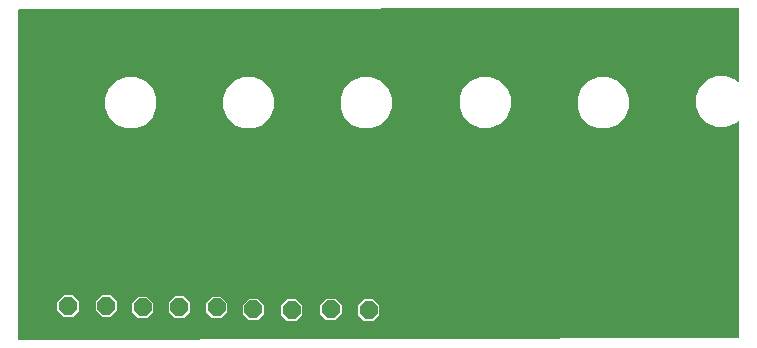
<source format=gbr>
G04 EAGLE Gerber RS-274X export*
G75*
%MOMM*%
%FSLAX34Y34*%
%LPD*%
%INBottom Copper*%
%IPPOS*%
%AMOC8*
5,1,8,0,0,1.08239X$1,22.5*%
G01*
%ADD10P,1.649562X8X22.500000*%
%ADD11C,0.756400*%

G36*
X600079Y11242D02*
X600079Y11242D01*
X600098Y11245D01*
X600117Y11243D01*
X600219Y11265D01*
X600322Y11282D01*
X600339Y11291D01*
X600358Y11295D01*
X600447Y11348D01*
X600539Y11397D01*
X600552Y11411D01*
X600569Y11421D01*
X600637Y11500D01*
X600708Y11576D01*
X600716Y11593D01*
X600729Y11608D01*
X600768Y11705D01*
X600811Y11799D01*
X600814Y11818D01*
X600821Y11836D01*
X600839Y12003D01*
X600839Y194569D01*
X600828Y194639D01*
X600826Y194711D01*
X600808Y194760D01*
X600800Y194811D01*
X600766Y194875D01*
X600741Y194942D01*
X600709Y194983D01*
X600684Y195029D01*
X600632Y195078D01*
X600588Y195134D01*
X600544Y195162D01*
X600506Y195198D01*
X600441Y195228D01*
X600381Y195267D01*
X600330Y195280D01*
X600283Y195302D01*
X600212Y195310D01*
X600142Y195327D01*
X600090Y195323D01*
X600039Y195329D01*
X599968Y195314D01*
X599897Y195308D01*
X599849Y195288D01*
X599798Y195277D01*
X599737Y195240D01*
X599671Y195212D01*
X599615Y195167D01*
X599587Y195150D01*
X599572Y195133D01*
X599540Y195107D01*
X597870Y193437D01*
X589909Y190139D01*
X581291Y190139D01*
X573330Y193437D01*
X567237Y199530D01*
X563939Y207491D01*
X563939Y216109D01*
X567237Y224070D01*
X573330Y230163D01*
X581291Y233461D01*
X589909Y233461D01*
X597870Y230163D01*
X599540Y228493D01*
X599598Y228451D01*
X599650Y228402D01*
X599697Y228380D01*
X599739Y228350D01*
X599808Y228329D01*
X599873Y228298D01*
X599925Y228293D01*
X599975Y228277D01*
X600046Y228279D01*
X600117Y228271D01*
X600168Y228282D01*
X600220Y228284D01*
X600288Y228308D01*
X600358Y228323D01*
X600403Y228350D01*
X600451Y228368D01*
X600507Y228413D01*
X600569Y228450D01*
X600603Y228489D01*
X600643Y228522D01*
X600682Y228582D01*
X600729Y228637D01*
X600748Y228685D01*
X600776Y228729D01*
X600794Y228798D01*
X600821Y228865D01*
X600829Y228936D01*
X600837Y228967D01*
X600835Y228991D01*
X600839Y229031D01*
X600839Y290159D01*
X600836Y290179D01*
X600838Y290200D01*
X600816Y290300D01*
X600800Y290402D01*
X600790Y290420D01*
X600785Y290440D01*
X600732Y290529D01*
X600684Y290619D01*
X600670Y290633D01*
X600659Y290651D01*
X600581Y290718D01*
X600506Y290788D01*
X600487Y290797D01*
X600472Y290811D01*
X600376Y290849D01*
X600283Y290892D01*
X600263Y290894D01*
X600243Y290902D01*
X600077Y290920D01*
X-9079Y289858D01*
X-9098Y289855D01*
X-9117Y289857D01*
X-9219Y289835D01*
X-9322Y289818D01*
X-9339Y289809D01*
X-9358Y289805D01*
X-9447Y289752D01*
X-9539Y289703D01*
X-9552Y289689D01*
X-9569Y289679D01*
X-9637Y289600D01*
X-9708Y289524D01*
X-9716Y289507D01*
X-9729Y289492D01*
X-9768Y289395D01*
X-9811Y289301D01*
X-9814Y289282D01*
X-9821Y289264D01*
X-9839Y289097D01*
X-9839Y10941D01*
X-9836Y10921D01*
X-9838Y10900D01*
X-9816Y10800D01*
X-9800Y10698D01*
X-9790Y10680D01*
X-9785Y10660D01*
X-9732Y10571D01*
X-9684Y10481D01*
X-9670Y10467D01*
X-9659Y10449D01*
X-9581Y10382D01*
X-9506Y10312D01*
X-9487Y10303D01*
X-9472Y10289D01*
X-9376Y10251D01*
X-9283Y10208D01*
X-9263Y10206D01*
X-9243Y10198D01*
X-9077Y10180D01*
X600079Y11242D01*
G37*
%LPC*%
G36*
X381291Y189539D02*
X381291Y189539D01*
X373330Y192837D01*
X367237Y198930D01*
X363939Y206891D01*
X363939Y215509D01*
X367237Y223470D01*
X373330Y229563D01*
X381291Y232861D01*
X389909Y232861D01*
X397870Y229563D01*
X403963Y223470D01*
X407261Y215509D01*
X407261Y206891D01*
X403963Y198930D01*
X397870Y192837D01*
X389909Y189539D01*
X381291Y189539D01*
G37*
%LPD*%
%LPC*%
G36*
X481191Y189039D02*
X481191Y189039D01*
X473230Y192337D01*
X467137Y198430D01*
X463839Y206391D01*
X463839Y215009D01*
X467137Y222970D01*
X473230Y229063D01*
X481191Y232361D01*
X489809Y232361D01*
X497770Y229063D01*
X503863Y222970D01*
X507161Y215009D01*
X507161Y206391D01*
X503863Y198430D01*
X497770Y192337D01*
X489809Y189039D01*
X481191Y189039D01*
G37*
%LPD*%
%LPC*%
G36*
X280591Y189039D02*
X280591Y189039D01*
X272630Y192337D01*
X266537Y198430D01*
X263239Y206391D01*
X263239Y215009D01*
X266537Y222970D01*
X272630Y229063D01*
X280591Y232361D01*
X289209Y232361D01*
X297170Y229063D01*
X303263Y222970D01*
X306561Y215009D01*
X306561Y206391D01*
X303263Y198430D01*
X297170Y192337D01*
X289209Y189039D01*
X280591Y189039D01*
G37*
%LPD*%
%LPC*%
G36*
X180991Y189039D02*
X180991Y189039D01*
X173030Y192337D01*
X166937Y198430D01*
X163639Y206391D01*
X163639Y215009D01*
X166937Y222970D01*
X173030Y229063D01*
X180991Y232361D01*
X189609Y232361D01*
X197570Y229063D01*
X203663Y222970D01*
X206961Y215009D01*
X206961Y206391D01*
X203663Y198430D01*
X197570Y192337D01*
X189609Y189039D01*
X180991Y189039D01*
G37*
%LPD*%
%LPC*%
G36*
X81391Y189039D02*
X81391Y189039D01*
X73430Y192337D01*
X67337Y198430D01*
X64039Y206391D01*
X64039Y215009D01*
X67337Y222970D01*
X73430Y229063D01*
X81391Y232361D01*
X90009Y232361D01*
X97970Y229063D01*
X104063Y222970D01*
X107361Y215009D01*
X107361Y206391D01*
X104063Y198430D01*
X97970Y192337D01*
X90009Y189039D01*
X81391Y189039D01*
G37*
%LPD*%
%LPC*%
G36*
X61112Y29555D02*
X61112Y29555D01*
X55755Y34912D01*
X55755Y42488D01*
X61112Y47845D01*
X68688Y47845D01*
X74045Y42488D01*
X74045Y34912D01*
X68688Y29555D01*
X61112Y29555D01*
G37*
%LPD*%
%LPC*%
G36*
X28812Y29355D02*
X28812Y29355D01*
X23455Y34712D01*
X23455Y42288D01*
X28812Y47645D01*
X36388Y47645D01*
X41745Y42288D01*
X41745Y34712D01*
X36388Y29355D01*
X28812Y29355D01*
G37*
%LPD*%
%LPC*%
G36*
X122912Y28655D02*
X122912Y28655D01*
X117555Y34012D01*
X117555Y41588D01*
X122912Y46945D01*
X130488Y46945D01*
X135845Y41588D01*
X135845Y34012D01*
X130488Y28655D01*
X122912Y28655D01*
G37*
%LPD*%
%LPC*%
G36*
X154412Y28455D02*
X154412Y28455D01*
X149055Y33812D01*
X149055Y41388D01*
X154412Y46745D01*
X161988Y46745D01*
X167345Y41388D01*
X167345Y33812D01*
X161988Y28455D01*
X154412Y28455D01*
G37*
%LPD*%
%LPC*%
G36*
X91912Y28355D02*
X91912Y28355D01*
X86555Y33712D01*
X86555Y41288D01*
X91912Y46645D01*
X99488Y46645D01*
X104845Y41288D01*
X104845Y33712D01*
X99488Y28355D01*
X91912Y28355D01*
G37*
%LPD*%
%LPC*%
G36*
X251312Y26755D02*
X251312Y26755D01*
X245955Y32112D01*
X245955Y39688D01*
X251312Y45045D01*
X258888Y45045D01*
X264245Y39688D01*
X264245Y32112D01*
X258888Y26755D01*
X251312Y26755D01*
G37*
%LPD*%
%LPC*%
G36*
X185612Y26755D02*
X185612Y26755D01*
X180255Y32112D01*
X180255Y39688D01*
X185612Y45045D01*
X193188Y45045D01*
X198545Y39688D01*
X198545Y32112D01*
X193188Y26755D01*
X185612Y26755D01*
G37*
%LPD*%
%LPC*%
G36*
X217912Y26155D02*
X217912Y26155D01*
X212555Y31512D01*
X212555Y39088D01*
X217912Y44445D01*
X225488Y44445D01*
X230845Y39088D01*
X230845Y31512D01*
X225488Y26155D01*
X217912Y26155D01*
G37*
%LPD*%
%LPC*%
G36*
X283112Y25955D02*
X283112Y25955D01*
X277755Y31312D01*
X277755Y38888D01*
X283112Y44245D01*
X290688Y44245D01*
X296045Y38888D01*
X296045Y31312D01*
X290688Y25955D01*
X283112Y25955D01*
G37*
%LPD*%
D10*
X32600Y38500D03*
X158200Y37600D03*
X126700Y37800D03*
X95700Y37500D03*
X64900Y38700D03*
X286900Y35100D03*
X189400Y35900D03*
X221700Y35300D03*
X255100Y35900D03*
D11*
X153600Y138100D03*
X-1800Y203200D03*
X11000Y277300D03*
X67800Y277400D03*
X184900Y254100D03*
X288800Y254100D03*
X385400Y253200D03*
X444300Y276200D03*
X516000Y277100D03*
X506800Y162900D03*
X279600Y146400D03*
X549100Y53400D03*
M02*

</source>
